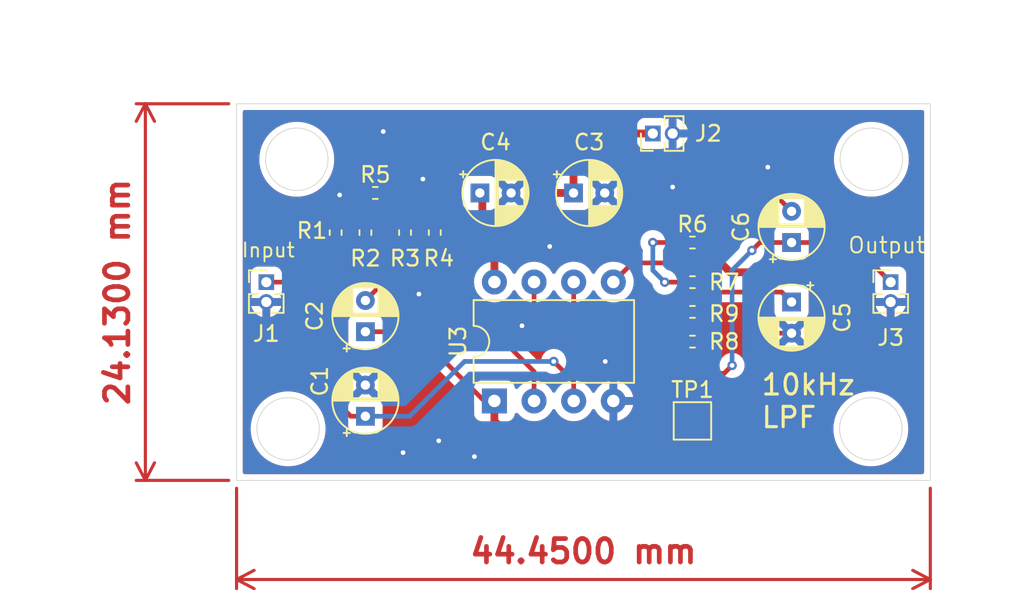
<source format=kicad_pcb>
(kicad_pcb (version 20221018) (generator pcbnew)
  (layers (0 "F.Cu" signal) (31 "B.Cu" signal) (34 "B.Paste" user) (35 "F.Paste" user) (36 "B.SilkS" user "B.Silkscreen") (37 "F.SilkS" user "F.Silkscreen") (38 "B.Mask" user) (39 "F.Mask" user) (44 "Edge.Cuts" user))
  (net 0 "")
  (net 1 "Net-(U3A-+)")
  (net 2 "GND")
  (net 3 "Net-(C2-Pad1)")
  (net 4 "Net-(C2-Pad2)")
  (net 5 "+12V")
  (net 6 "Net-(U3B-+)")
  (net 7 "Net-(J3-Pin_1)")
  (net 8 "Net-(C6-Pad2)")
  (net 9 "Net-(J1-Pin_1)")
  (net 10 "Net-(R3-Pad1)")
  (net 11 "Net-(U3A--)")
  (net 12 "Net-(U3B--)")
  (footprint "TestPoint:TestPoint_Pad_2.0x2.0mm" (layer "F.Cu") (at 80.01 129.54)
    (fp_text reference "TP1" (at 0 -1.998) (layer "F.SilkS"))
    (fp_text value "TestPoint")
    (pad "1" smd rect (at 0 0) (size 2 2) (layers "F.Cu" "F.Mask") (net 3 "Net-(C2-Pad1)"))
  )
  (footprint "Connector_PinHeader_1.27mm:PinHeader_1x02_P1.27mm_Vertical" (layer "F.Cu") (at 92.71 120.65)
    (fp_text reference "J3" (at 0 3.556) (layer "F.SilkS"))
    (fp_text value "Screw_Terminal_01x02")
    (pad "1" thru_hole rect (at 0 0) (size 1 1) (drill 0.65) (layers "*.Cu" "*.Mask") (net 7 "Net-(J3-Pin_1)"))
    (pad "2" thru_hole oval (at 0 1.27) (size 1 1) (drill 0.65) (layers "*.Cu" "*.Mask") (net 2 "GND"))
  )
  (footprint "Capacitor_THT:CP_Radial_D4.0mm_P2.00mm" (layer "F.Cu") (at 59.055 123.825 90)
    (fp_text reference "C2" (at 1 -3.25 90) (layer "F.SilkS"))
    (fp_text value "1000pF")
    (pad "1" thru_hole rect (at 0 0 90) (size 1.2 1.2) (drill 0.6) (layers "*.Cu" "*.Mask") (net 3 "Net-(C2-Pad1)"))
    (pad "2" thru_hole circle (at 2 0 90) (size 1.2 1.2) (drill 0.6) (layers "*.Cu" "*.Mask") (net 4 "Net-(C2-Pad2)"))
  )
  (footprint "Resistor_SMD:R_0402_1005Metric" (layer "F.Cu") (at 80.01 124.46)
    (fp_text reference "R9" (at 2.032 -1.778) (layer "F.SilkS"))
    (fp_text value "47k")
    (pad "1" smd roundrect (at -0.51 0) (size 0.54 0.64) (layers "F.Cu" "F.Paste" "F.Mask") (net 7 "Net-(J3-Pin_1)"))
    (pad "2" smd roundrect (at 0.51 0) (size 0.54 0.64) (layers "F.Cu" "F.Paste" "F.Mask") (net 12 "Net-(U3B--)"))
  )
  (footprint "Resistor_SMD:R_0402_1005Metric" (layer "F.Cu") (at 59.055 117.475 90)
    (fp_text reference "R1" (at 0.127 -3.429 180) (layer "F.SilkS"))
    (fp_text value "6.8k")
    (pad "1" smd roundrect (at -0.51 0 90) (size 0.54 0.64) (layers "F.Cu" "F.Paste" "F.Mask") (net 1 "Net-(U3A-+)"))
    (pad "2" smd roundrect (at 0.51 0 90) (size 0.54 0.64) (layers "F.Cu" "F.Paste" "F.Mask") (net 4 "Net-(C2-Pad2)"))
  )
  (footprint "Capacitor_THT:CP_Radial_D4.0mm_P2.00mm" (layer "F.Cu") (at 72.39 114.935)
    (fp_text reference "C3" (at 1 -3.25) (layer "F.SilkS"))
    (fp_text value "1000pF")
    (pad "1" thru_hole rect (at 0 0) (size 1.2 1.2) (drill 0.6) (layers "*.Cu" "*.Mask") (net 5 "+12V"))
    (pad "2" thru_hole circle (at 2 0) (size 1.2 1.2) (drill 0.6) (layers "*.Cu" "*.Mask") (net 2 "GND"))
  )
  (footprint "Connector_PinHeader_1.27mm:PinHeader_1x02_P1.27mm_Vertical" (layer "F.Cu") (at 52.705 120.65)
    (fp_text reference "J1" (at 0 3.302) (layer "F.SilkS"))
    (fp_text value "Screw_Terminal_01x02")
    (pad "1" thru_hole rect (at 0 0) (size 1 1) (drill 0.65) (layers "*.Cu" "*.Mask") (net 9 "Net-(J1-Pin_1)"))
    (pad "2" thru_hole oval (at 0 1.27) (size 1 1) (drill 0.65) (layers "*.Cu" "*.Mask") (net 2 "GND"))
  )
  (footprint "Resistor_SMD:R_0402_1005Metric" (layer "F.Cu") (at 57.15 117.475 -90)
    (fp_text reference "R2" (at 1.651 -1.905 -180) (layer "F.SilkS"))
    (fp_text value "39k")
    (pad "1" smd roundrect (at -0.51 0 270) (size 0.54 0.64) (layers "F.Cu" "F.Paste" "F.Mask") (net 4 "Net-(C2-Pad2)"))
    (pad "2" smd roundrect (at 0.51 0 270) (size 0.54 0.64) (layers "F.Cu" "F.Paste" "F.Mask") (net 9 "Net-(J1-Pin_1)"))
  )
  (footprint "Resistor_SMD:R_0402_1005Metric" (layer "F.Cu") (at 59.69 114.935)
    (fp_text reference "R5" (at 0 -1.17) (layer "F.SilkS"))
    (fp_text value "110k")
    (pad "1" smd roundrect (at -0.51 0) (size 0.54 0.64) (layers "F.Cu" "F.Paste" "F.Mask") (net 2 "GND"))
    (pad "2" smd roundrect (at 0.51 0) (size 0.54 0.64) (layers "F.Cu" "F.Paste" "F.Mask") (net 11 "Net-(U3A--)"))
  )
  (footprint "Resistor_SMD:R_0402_1005Metric" (layer "F.Cu") (at 80.01 118.11)
    (fp_text reference "R6" (at 0 -1.17) (layer "F.SilkS"))
    (fp_text value "18k")
    (pad "1" smd roundrect (at -0.51 0) (size 0.54 0.64) (layers "F.Cu" "F.Paste" "F.Mask") (net 8 "Net-(C6-Pad2)"))
    (pad "2" smd roundrect (at 0.51 0) (size 0.54 0.64) (layers "F.Cu" "F.Paste" "F.Mask") (net 3 "Net-(C2-Pad1)"))
  )
  (footprint "Capacitor_THT:CP_Radial_D4.0mm_P2.00mm" (layer "F.Cu") (at 86.36 121.92 -90)
    (fp_text reference "C5" (at 1 -3.25 90) (layer "F.SilkS"))
    (fp_text value "1.6nF")
    (pad "1" thru_hole rect (at 0 0 270) (size 1.2 1.2) (drill 0.6) (layers "*.Cu" "*.Mask") (net 6 "Net-(U3B-+)"))
    (pad "2" thru_hole circle (at 2 0 270) (size 1.2 1.2) (drill 0.6) (layers "*.Cu" "*.Mask") (net 2 "GND"))
  )
  (footprint "Package_DIP:DIP-8_W7.62mm" (layer "F.Cu") (at 67.32 128.26 90)
    (fp_text reference "U3" (at 3.81 -2.33 90) (layer "F.SilkS"))
    (fp_text value "Opamp_Dual")
    (pad "1" thru_hole rect (at 0 0 90) (size 1.6 1.6) (drill 0.8) (layers "*.Cu" "*.Mask") (net 3 "Net-(C2-Pad1)"))
    (pad "2" thru_hole oval (at 0 2.54 90) (size 1.6 1.6) (drill 0.8) (layers "*.Cu" "*.Mask") (net 11 "Net-(U3A--)"))
    (pad "3" thru_hole oval (at 0 5.08 90) (size 1.6 1.6) (drill 0.8) (layers "*.Cu" "*.Mask") (net 1 "Net-(U3A-+)"))
    (pad "4" thru_hole oval (at 0 7.62 90) (size 1.6 1.6) (drill 0.8) (layers "*.Cu" "*.Mask") (net 2 "GND"))
    (pad "5" thru_hole oval (at 7.62 7.62 90) (size 1.6 1.6) (drill 0.8) (layers "*.Cu" "*.Mask") (net 6 "Net-(U3B-+)"))
    (pad "6" thru_hole oval (at 7.62 5.08 90) (size 1.6 1.6) (drill 0.8) (layers "*.Cu" "*.Mask") (net 12 "Net-(U3B--)"))
    (pad "7" thru_hole oval (at 7.62 2.54 90) (size 1.6 1.6) (drill 0.8) (layers "*.Cu" "*.Mask") (net 7 "Net-(J3-Pin_1)"))
    (pad "8" thru_hole oval (at 7.62 0 90) (size 1.6 1.6) (drill 0.8) (layers "*.Cu" "*.Mask") (net 5 "+12V"))
  )
  (footprint "Resistor_SMD:R_0402_1005Metric" (layer "F.Cu") (at 80.01 120.65 180)
    (fp_text reference "R7" (at -2.032 0) (layer "F.SilkS"))
    (fp_text value "9.1k")
    (pad "1" smd roundrect (at -0.51 0 180) (size 0.54 0.64) (layers "F.Cu" "F.Paste" "F.Mask") (net 6 "Net-(U3B-+)"))
    (pad "2" smd roundrect (at 0.51 0 180) (size 0.54 0.64) (layers "F.Cu" "F.Paste" "F.Mask") (net 8 "Net-(C6-Pad2)"))
  )
  (footprint "Capacitor_THT:CP_Radial_D4.0mm_P2.00mm" (layer "F.Cu") (at 66.39 114.935)
    (fp_text reference "C4" (at 1 -3.25) (layer "F.SilkS"))
    (fp_text value "1000pF")
    (pad "1" thru_hole rect (at 0 0) (size 1.2 1.2) (drill 0.6) (layers "*.Cu" "*.Mask") (net 5 "+12V"))
    (pad "2" thru_hole circle (at 2 0) (size 1.2 1.2) (drill 0.6) (layers "*.Cu" "*.Mask") (net 2 "GND"))
  )
  (footprint "Resistor_SMD:R_0402_1005Metric" (layer "F.Cu") (at 61.595 117.475 90)
    (fp_text reference "R3" (at -1.651 0 180) (layer "F.SilkS"))
    (fp_text value "47k")
    (pad "1" smd roundrect (at -0.51 0 90) (size 0.54 0.64) (layers "F.Cu" "F.Paste" "F.Mask") (net 10 "Net-(R3-Pad1)"))
    (pad "2" smd roundrect (at 0.51 0 90) (size 0.54 0.64) (layers "F.Cu" "F.Paste" "F.Mask") (net 11 "Net-(U3A--)"))
  )
  (footprint "Resistor_SMD:R_0402_1005Metric" (layer "F.Cu") (at 80.01 122.555 180)
    (fp_text reference "R8" (at -2.032 -1.905) (layer "F.SilkS"))
    (fp_text value "62k")
    (pad "1" smd roundrect (at -0.51 0 180) (size 0.54 0.64) (layers "F.Cu" "F.Paste" "F.Mask") (net 2 "GND"))
    (pad "2" smd roundrect (at 0.51 0 180) (size 0.54 0.64) (layers "F.Cu" "F.Paste" "F.Mask") (net 12 "Net-(U3B--)"))
  )
  (footprint "Resistor_SMD:R_0402_1005Metric" (layer "F.Cu") (at 63.5 117.475 -90)
    (fp_text reference "R4" (at 1.651 -0.254) (layer "F.SilkS"))
    (fp_text value "47k")
    (pad "1" smd roundrect (at -0.51 0 270) (size 0.54 0.64) (layers "F.Cu" "F.Paste" "F.Mask") (net 3 "Net-(C2-Pad1)"))
    (pad "2" smd roundrect (at 0.51 0 270) (size 0.54 0.64) (layers "F.Cu" "F.Paste" "F.Mask") (net 10 "Net-(R3-Pad1)"))
  )
  (footprint "Capacitor_THT:CP_Radial_D4.0mm_P2.00mm" (layer "F.Cu") (at 59.055 129.242599 90)
    (fp_text reference "C1" (at 2.242599 -2.921 90) (layer "F.SilkS"))
    (fp_text value "1000pF")
    (pad "1" thru_hole rect (at 0 0 90) (size 1.2 1.2) (drill 0.6) (layers "*.Cu" "*.Mask") (net 1 "Net-(U3A-+)"))
    (pad "2" thru_hole circle (at 2 0 90) (size 1.2 1.2) (drill 0.6) (layers "*.Cu" "*.Mask") (net 2 "GND"))
  )
  (footprint "Connector_PinHeader_1.27mm:PinHeader_1x02_P1.27mm_Vertical" (layer "F.Cu") (at 77.47 111.125 90)
    (fp_text reference "J2" (at 0 3.556) (layer "F.SilkS"))
    (fp_text value "Screw_Terminal_01x02")
    (pad "1" thru_hole rect (at 0 0 90) (size 1 1) (drill 0.65) (layers "*.Cu" "*.Mask") (net 5 "+12V"))
    (pad "2" thru_hole oval (at 0 1.27 90) (size 1 1) (drill 0.65) (layers "*.Cu" "*.Mask") (net 2 "GND"))
  )
  (footprint "Capacitor_THT:CP_Radial_D4.0mm_P2.00mm" (layer "F.Cu") (at 86.36 118.11 90)
    (fp_text reference "C6" (at 1 -3.25 90) (layer "F.SilkS"))
    (fp_text value "1000pF")
    (pad "1" thru_hole rect (at 0 0 90) (size 1.2 1.2) (drill 0.6) (layers "*.Cu" "*.Mask") (net 7 "Net-(J3-Pin_1)"))
    (pad "2" thru_hole circle (at 2 0 90) (size 1.2 1.2) (drill 0.6) (layers "*.Cu" "*.Mask") (net 8 "Net-(C6-Pad2)"))
  )
  (gr_circle (center 54.102 130.048) (end 56.102 130.048) (stroke (width 0.05)) (fill none) (layer "Edge.Cuts"))
  (gr_circle (center 54.658 112.776) (end 56.658 112.776) (stroke (width 0.05)) (fill none) (layer "Edge.Cuts"))
  (gr_circle (center 91.472 112.776) (end 93.472 112.776) (stroke (width 0.05)) (fill none) (layer "Edge.Cuts"))
  (gr_rect (start 50.8 109.22) (end 95.25 133.35) (stroke (width 0.05)) (fill none) (layer "Edge.Cuts"))
  (gr_circle (center 91.44 130.048) (end 93.44 130.048) (stroke (width 0.05)) (fill none) (layer "Edge.Cuts"))
  (gr_text "10kHz \nLPF" (at 84.328 128.27) (layer "F.SilkS") (effects (font (size 1.3 1.3) (thickness 0.2) bold) (justify left)))
  (gr_text "Output" (at 89.916 118.872) (layer "F.SilkS") (effects (font (size 1 1) (thickness 0.125)) (justify left bottom)))
  (gr_text "Input" (at 51.054 119.126) (layer "F.SilkS") (effects (font (size 0.9 0.9) (thickness 0.125)) (justify left bottom)))
  (dimension (type aligned) (layer "F.Cu") (pts (xy 50.8 133.35) (xy 95.25 133.35)) (height 6.35) (gr_text "44.4500 mm" (at 73.025 137.9) (layer "F.Cu") (effects (font (size 1.5 1.5) (thickness 0.3)))) (format (prefix "") (suffix "") (units 3) (units_format 1) (precision 4)) (style (thickness 0.2) (arrow_length 1.27) (text_position_mode 0) (extension_height 0.58642) (extension_offset 0.5) keep_text_aligned))
  (dimension (type aligned) (layer "F.Cu") (pts (xy 50.8 133.35) (xy 50.8 109.22)) (height -5.842) (gr_text "24.1300 mm" (at 43.158 121.285 90) (layer "F.Cu") (effects (font (size 1.5 1.5) (thickness 0.3)))) (format (prefix "") (suffix "") (units 3) (units_format 1) (precision 4)) (style (thickness 0.2) (arrow_length 1.27) (text_position_mode 0) (extension_height 0.58642) (extension_offset 0.5) keep_text_aligned))
  (segment (start 55.245 121.795) (end 55.245 126.365) (width 0.3) (layer "F.Cu") (net 1))
  (segment (start 72.4 128.26) (end 72.4 127.01) (width 0.3) (layer "F.Cu") (net 1))
  (segment (start 59.055 117.985) (end 55.245 121.795) (width 0.3) (layer "F.Cu") (net 1))
  (segment (start 55.245 126.365) (end 58.122599 129.242599) (width 0.3) (layer "F.Cu") (net 1))
  (segment (start 58.122599 129.242599) (end 59.055 129.242599) (width 0.3) (layer "F.Cu") (net 1))
  (segment (start 72.4 127.01) (end 71.12 125.73) (width 0.3) (layer "F.Cu") (net 1))
  (via (at 71.12 125.73) (size 0.6) (drill 0.3) (layers "F.Cu" "B.Cu") (net 1))
  (segment (start 71.12 125.73) (end 65.405 125.73) (width 0.3) (layer "B.Cu") (net 1))
  (segment (start 61.892401 129.242599) (end 59.055 129.242599) (width 0.3) (layer "B.Cu") (net 1))
  (segment (start 65.405 125.73) (end 61.892401 129.242599) (width 0.3) (layer "B.Cu") (net 1))
  (segment (start 57.531 114.935) (end 57.404 115.062) (width 0.3) (layer "F.Cu") (net 2))
  (segment (start 82.55 122.555) (end 83.915 123.92) (width 0.3) (layer "F.Cu") (net 2))
  (segment (start 83.915 123.92) (end 86.36 123.92) (width 0.3) (layer "F.Cu") (net 2))
  (segment (start 59.18 114.935) (end 57.531 114.935) (width 0.3) (layer "F.Cu") (net 2))
  (segment (start 80.52 122.555) (end 82.55 122.555) (width 0.3) (layer "F.Cu") (net 2))
  (via (at 66.04 131.826) (size 0.6) (drill 0.3) (layers "F.Cu" "B.Cu") (net 2))
  (via (at 70.866 118.364) (size 0.6) (drill 0.3) (layers "F.Cu" "B.Cu") (net 2))
  (via (at 62.484 121.412) (size 0.6) (drill 0.3) (layers "F.Cu" "B.Cu") (net 2))
  (via (at 69.088 123.444) (size 0.6) (drill 0.3) (layers "F.Cu" "B.Cu") (net 2))
  (via (at 61.468 131.572) (size 0.6) (drill 0.3) (layers "F.Cu" "B.Cu") (net 2))
  (via (at 74.422 125.73) (size 0.6) (drill 0.3) (layers "F.Cu" "B.Cu") (net 2))
  (via (at 57.404 115.062) (size 0.6) (drill 0.3) (layers "F.Cu" "B.Cu") (net 2))
  (via (at 84.836 113.284) (size 0.6) (drill 0.3) (layers "F.Cu" "B.Cu") (net 2))
  (via (at 78.74 114.554) (size 0.6) (drill 0.3) (layers "F.Cu" "B.Cu") (net 2))
  (via (at 60.198 110.998) (size 0.6) (drill 0.3) (layers "F.Cu" "B.Cu") (net 2))
  (via (at 63.754 130.81) (size 0.6) (drill 0.3) (layers "F.Cu" "B.Cu") (net 2))
  (via (at 62.738 114.046) (size 0.6) (drill 0.3) (layers "F.Cu" "B.Cu") (net 2))
  (segment (start 64.26 116.965) (end 64.77 117.475) (width 0.3) (layer "F.Cu") (net 3))
  (segment (start 67.32 128.26) (end 66.665 128.26) (width 0.3) (layer "F.Cu") (net 3))
  (segment (start 80.01 129.54) (end 78.74 130.81) (width 0.5) (layer "F.Cu") (net 3))
  (segment (start 64.77 121.285) (end 62.23 123.825) (width 0.3) (layer "F.Cu") (net 3))
  (segment (start 67.32 129.55) (end 67.32 128.26) (width 0.5) (layer "F.Cu") (net 3))
  (segment (start 82.425 120.015) (end 80.52 118.11) (width 0.5) (layer "F.Cu") (net 3))
  (segment (start 63.5 116.965) (end 64.26 116.965) (width 0.3) (layer "F.Cu") (net 3))
  (segment (start 78.74 130.81) (end 68.58 130.81) (width 0.5) (layer "F.Cu") (net 3))
  (segment (start 80.01 129.54) (end 83.82 129.54) (width 0.5) (layer "F.Cu") (net 3))
  (segment (start 64.77 117.475) (end 64.77 121.285) (width 0.3) (layer "F.Cu") (net 3))
  (segment (start 83.82 129.54) (end 88.9 124.46) (width 0.5) (layer "F.Cu") (net 3))
  (segment (start 66.665 128.26) (end 62.23 123.825) (width 0.3) (layer "F.Cu") (net 3))
  (segment (start 68.58 130.81) (end 67.32 129.55) (width 0.5) (layer "F.Cu") (net 3))
  (segment (start 87.63 120.015) (end 82.425 120.015) (width 0.5) (layer "F.Cu") (net 3))
  (segment (start 62.23 123.825) (end 59.055 123.825) (width 0.3) (layer "F.Cu") (net 3))
  (segment (start 88.9 121.285) (end 87.63 120.015) (width 0.5) (layer "F.Cu") (net 3))
  (segment (start 88.9 124.46) (end 88.9 121.285) (width 0.5) (layer "F.Cu") (net 3))
  (segment (start 59.7525 116.965) (end 60.29 117.5025) (width 0.3) (layer "F.Cu") (net 4))
  (segment (start 60.29 117.5025) (end 60.29 120.59) (width 0.3) (layer "F.Cu") (net 4))
  (segment (start 60.29 120.59) (end 59.055 121.825) (width 0.3) (layer "F.Cu") (net 4))
  (segment (start 57.15 116.965) (end 59.055 116.965) (width 0.3) (layer "F.Cu") (net 4))
  (segment (start 59.055 116.965) (end 59.7525 116.965) (width 0.3) (layer "F.Cu") (net 4))
  (segment (start 67.32 120.64) (end 67.32 118.755) (width 0.5) (layer "F.Cu") (net 5))
  (segment (start 72.39 114.935) (end 71.14 114.935) (width 0.5) (layer "F.Cu") (net 5))
  (segment (start 72.39 113.03) (end 74.295 111.125) (width 0.5) (layer "F.Cu") (net 5))
  (segment (start 67.32 118.755) (end 66.548 117.983) (width 0.5) (layer "F.Cu") (net 5))
  (segment (start 71.14 114.935) (end 67.32 118.755) (width 0.5) (layer "F.Cu") (net 5))
  (segment (start 72.39 114.935) (end 72.39 113.03) (width 0.5) (layer "F.Cu") (net 5))
  (segment (start 66.548 115.093) (end 66.39 114.935) (width 0.5) (layer "F.Cu") (net 5))
  (segment (start 66.548 117.983) (end 66.548 115.093) (width 0.5) (layer "F.Cu") (net 5))
  (segment (start 74.295 111.125) (end 77.47 111.125) (width 0.5) (layer "F.Cu") (net 5))
  (segment (start 76.165 119.415) (end 79.285 119.415) (width 0.3) (layer "F.Cu") (net 6))
  (segment (start 85.725 121.285) (end 81.155 121.285) (width 0.3) (layer "F.Cu") (net 6))
  (segment (start 86.36 121.92) (end 85.725 121.285) (width 0.3) (layer "F.Cu") (net 6))
  (segment (start 79.285 119.415) (end 80.52 120.65) (width 0.3) (layer "F.Cu") (net 6))
  (segment (start 74.94 120.64) (end 76.165 119.415) (width 0.3) (layer "F.Cu") (net 6))
  (segment (start 81.155 121.285) (end 80.52 120.65) (width 0.3) (layer "F.Cu") (net 6))
  (segment (start 79.5 124.46) (end 79.5 125.728) (width 0.3) (layer "F.Cu") (net 7))
  (segment (start 79.5 124.46) (end 71.755 124.46) (width 0.3) (layer "F.Cu") (net 7))
  (segment (start 82.042 126.492) (end 82.55 125.984) (width 0.3) (layer "F.Cu") (net 7))
  (segment (start 86.36 118.11) (end 84.328 118.11) (width 0.3) (layer "F.Cu") (net 7))
  (segment (start 80.264 126.492) (end 82.042 126.492) (width 0.3) (layer "F.Cu") (net 7))
  (segment (start 71.755 124.46) (end 69.86 122.565) (width 0.3) (layer "F.Cu") (net 7))
  (segment (start 92.71 120.65) (end 90.17 118.11) (width 0.3) (layer "F.Cu") (net 7))
  (segment (start 79.5 125.728) (end 80.264 126.492) (width 0.3) (layer "F.Cu") (net 7))
  (segment (start 69.86 122.565) (end 69.86 120.64) (width 0.3) (layer "F.Cu") (net 7))
  (segment (start 84.328 118.11) (end 83.82 118.618) (width 0.3) (layer "F.Cu") (net 7))
  (segment (start 90.17 118.11) (end 86.36 118.11) (width 0.3) (layer "F.Cu") (net 7))
  (via (at 83.82 118.618) (size 0.6) (drill 0.3) (layers "F.Cu" "B.Cu") (net 7))
  (via (at 82.55 125.984) (size 0.6) (drill 0.3) (layers "F.Cu" "B.Cu") (net 7))
  (segment (start 82.55 119.888) (end 82.55 125.984) (width 0.3) (layer "B.Cu") (net 7))
  (segment (start 83.82 118.618) (end 82.55 119.888) (width 0.3) (layer "B.Cu") (net 7))
  (segment (start 79.5 120.65) (end 78.232 120.65) (width 0.3) (layer "F.Cu") (net 8))
  (segment (start 79.5 118.11) (end 77.47 118.11) (width 0.3) (layer "F.Cu") (net 8))
  (segment (start 79.5 117.096) (end 81.28 115.316) (width 0.3) (layer "F.Cu") (net 8))
  (segment (start 79.5 118.11) (end 79.5 117.096) (width 0.3) (layer "F.Cu") (net 8))
  (segment (start 81.28 115.316) (end 85.566 115.316) (width 0.3) (layer "F.Cu") (net 8))
  (segment (start 85.566 115.316) (end 86.36 116.11) (width 0.3) (layer "F.Cu") (net 8))
  (via (at 77.47 118.11) (size 0.6) (drill 0.3) (layers "F.Cu" "B.Cu") (net 8))
  (via (at 78.232 120.65) (size 0.6) (drill 0.3) (layers "F.Cu" "B.Cu") (net 8))
  (segment (start 77.47 119.888) (end 77.47 118.11) (width 0.3) (layer "B.Cu") (net 8))
  (segment (start 78.232 120.65) (end 77.47 119.888) (width 0.3) (layer "B.Cu") (net 8))
  (segment (start 54.485 120.65) (end 57.15 117.985) (width 0.3) (layer "F.Cu") (net 9))
  (segment (start 52.705 120.65) (end 54.485 120.65) (width 0.3) (layer "F.Cu") (net 9))
  (segment (start 61.595 117.985) (end 61.595 118.11) (width 0.3) (layer "F.Cu") (net 10))
  (segment (start 61.595 117.985) (end 63.5 117.985) (width 0.3) (layer "F.Cu") (net 10))
  (segment (start 60.96 114.935) (end 61.595 115.57) (width 0.3) (layer "F.Cu") (net 11))
  (segment (start 69.86 128.26) (end 69.86 126.375) (width 0.3) (layer "F.Cu") (net 11))
  (segment (start 61.595 115.57) (end 61.595 116.965) (width 0.3) (layer "F.Cu") (net 11))
  (segment (start 64.135 115.57) (end 61.595 115.57) (width 0.3) (layer "F.Cu") (net 11))
  (segment (start 69.86 126.375) (end 65.405 121.92) (width 0.3) (layer "F.Cu") (net 11))
  (segment (start 65.405 121.92) (end 65.405 116.84) (width 0.3) (layer "F.Cu") (net 11))
  (segment (start 65.405 116.84) (end 64.135 115.57) (width 0.3) (layer "F.Cu") (net 11))
  (segment (start 60.2 114.935) (end 60.96 114.935) (width 0.3) (layer "F.Cu") (net 11))
  (segment (start 80.52 124.46) (end 80.52 123.7) (width 0.3) (layer "F.Cu") (net 12))
  (segment (start 79.5 122.81) (end 79.5 122.555) (width 0.3) (layer "F.Cu") (net 12))
  (segment (start 72.4 121.93) (end 73.66 123.19) (width 0.3) (layer "F.Cu") (net 12))
  (segment (start 79.5 122.68) (end 79.5 122.555) (width 0.3) (layer "F.Cu") (net 12))
  (segment (start 80.52 123.7) (end 79.5 122.68) (width 0.3) (layer "F.Cu") (net 12))
  (segment (start 78.865 123.19) (end 79.12 123.19) (width 0.3) (layer "F.Cu") (net 12))
  (segment (start 79.12 123.19) (end 79.5 122.81) (width 0.3) (layer "F.Cu") (net 12))
  (segment (start 73.66 123.19) (end 78.865 123.19) (width 0.3) (layer "F.Cu") (net 12))
  (segment (start 72.4 120.64) (end 72.4 121.93) (width 0.3) (layer "F.Cu") (net 12))
  (zone (net 2) (net_name "GND") (layer "F.Cu") (priority 1) (connect_pads (clearance 0.5)) (min_thickness 0.25) (fill yes (thermal_gap 0.5) (thermal_bridge_width 0.5))
    (polygon (pts (xy 50.8 133.35) (xy 95.25 133.35) (xy 95.25 109.22) (xy 50.8 109.22)))
  )
  (zone (net 2) (net_name "GND") (layer "B.Cu") (connect_pads (clearance 0.5)) (min_thickness 0.25) (fill yes (thermal_gap 0.5) (thermal_bridge_width 0.5))
    (polygon (pts (xy 50.8 109.22) (xy 50.8 133.35) (xy 95.25 133.35) (xy 95.25 109.22)))
  )
)
</source>
